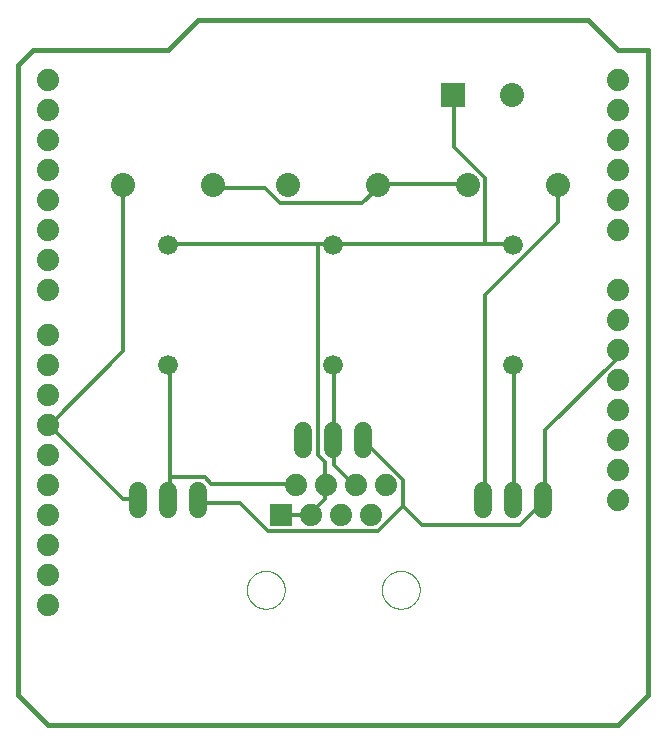
<source format=gtl>
G75*
%MOIN*%
%OFA0B0*%
%FSLAX25Y25*%
%IPPOS*%
%LPD*%
%AMOC8*
5,1,8,0,0,1.08239X$1,22.5*
%
%ADD10C,0.01600*%
%ADD11C,0.06600*%
%ADD12R,0.08000X0.08000*%
%ADD13C,0.08000*%
%ADD14C,0.07400*%
%ADD15R,0.07400X0.07400*%
%ADD16C,0.00000*%
%ADD17C,0.06000*%
%ADD18C,0.01300*%
D10*
X0015000Y0062524D02*
X0005000Y0072524D01*
X0005000Y0282524D01*
X0010000Y0287524D01*
X0055000Y0287524D01*
X0065000Y0297524D01*
X0195000Y0297524D01*
X0205000Y0287524D01*
X0215000Y0287524D01*
X0215000Y0072524D01*
X0205000Y0062524D01*
X0015000Y0062524D01*
D11*
X0055000Y0182524D03*
X0055000Y0222524D03*
X0110000Y0222524D03*
X0110000Y0182524D03*
X0170000Y0182524D03*
X0170000Y0222524D03*
D12*
X0150000Y0272524D03*
D13*
X0169685Y0272524D03*
X0155000Y0242524D03*
X0125000Y0242524D03*
X0095000Y0242524D03*
X0070000Y0242524D03*
X0040000Y0242524D03*
X0185000Y0242524D03*
D14*
X0205000Y0247524D03*
X0205000Y0237524D03*
X0205000Y0227524D03*
X0205000Y0207524D03*
X0205000Y0197524D03*
X0205000Y0187524D03*
X0205000Y0177524D03*
X0205000Y0167524D03*
X0205000Y0157524D03*
X0205000Y0147524D03*
X0205000Y0137524D03*
X0127500Y0142524D03*
X0122500Y0132524D03*
X0117500Y0142524D03*
X0112500Y0132524D03*
X0107500Y0142524D03*
X0097500Y0142524D03*
X0102500Y0132524D03*
X0015000Y0132524D03*
X0015000Y0142524D03*
X0015000Y0152524D03*
X0015000Y0162524D03*
X0015000Y0172524D03*
X0015000Y0182524D03*
X0015000Y0192524D03*
X0015000Y0207524D03*
X0015000Y0217524D03*
X0015000Y0227524D03*
X0015000Y0237524D03*
X0015000Y0247524D03*
X0015000Y0257524D03*
X0015000Y0267524D03*
X0015000Y0277524D03*
X0015000Y0122524D03*
X0015000Y0112524D03*
X0015000Y0102524D03*
X0205000Y0257524D03*
X0205000Y0267524D03*
X0205000Y0277524D03*
D15*
X0092500Y0132524D03*
D16*
X0081201Y0107524D02*
X0081203Y0107682D01*
X0081209Y0107840D01*
X0081219Y0107998D01*
X0081233Y0108156D01*
X0081251Y0108313D01*
X0081272Y0108470D01*
X0081298Y0108626D01*
X0081328Y0108782D01*
X0081361Y0108937D01*
X0081399Y0109090D01*
X0081440Y0109243D01*
X0081485Y0109395D01*
X0081534Y0109546D01*
X0081587Y0109695D01*
X0081643Y0109843D01*
X0081703Y0109989D01*
X0081767Y0110134D01*
X0081835Y0110277D01*
X0081906Y0110419D01*
X0081980Y0110559D01*
X0082058Y0110696D01*
X0082140Y0110832D01*
X0082224Y0110966D01*
X0082313Y0111097D01*
X0082404Y0111226D01*
X0082499Y0111353D01*
X0082596Y0111478D01*
X0082697Y0111600D01*
X0082801Y0111719D01*
X0082908Y0111836D01*
X0083018Y0111950D01*
X0083131Y0112061D01*
X0083246Y0112170D01*
X0083364Y0112275D01*
X0083485Y0112377D01*
X0083608Y0112477D01*
X0083734Y0112573D01*
X0083862Y0112666D01*
X0083992Y0112756D01*
X0084125Y0112842D01*
X0084260Y0112926D01*
X0084396Y0113005D01*
X0084535Y0113082D01*
X0084676Y0113154D01*
X0084818Y0113224D01*
X0084962Y0113289D01*
X0085108Y0113351D01*
X0085255Y0113409D01*
X0085404Y0113464D01*
X0085554Y0113515D01*
X0085705Y0113562D01*
X0085857Y0113605D01*
X0086010Y0113644D01*
X0086165Y0113680D01*
X0086320Y0113711D01*
X0086476Y0113739D01*
X0086632Y0113763D01*
X0086789Y0113783D01*
X0086947Y0113799D01*
X0087104Y0113811D01*
X0087263Y0113819D01*
X0087421Y0113823D01*
X0087579Y0113823D01*
X0087737Y0113819D01*
X0087896Y0113811D01*
X0088053Y0113799D01*
X0088211Y0113783D01*
X0088368Y0113763D01*
X0088524Y0113739D01*
X0088680Y0113711D01*
X0088835Y0113680D01*
X0088990Y0113644D01*
X0089143Y0113605D01*
X0089295Y0113562D01*
X0089446Y0113515D01*
X0089596Y0113464D01*
X0089745Y0113409D01*
X0089892Y0113351D01*
X0090038Y0113289D01*
X0090182Y0113224D01*
X0090324Y0113154D01*
X0090465Y0113082D01*
X0090604Y0113005D01*
X0090740Y0112926D01*
X0090875Y0112842D01*
X0091008Y0112756D01*
X0091138Y0112666D01*
X0091266Y0112573D01*
X0091392Y0112477D01*
X0091515Y0112377D01*
X0091636Y0112275D01*
X0091754Y0112170D01*
X0091869Y0112061D01*
X0091982Y0111950D01*
X0092092Y0111836D01*
X0092199Y0111719D01*
X0092303Y0111600D01*
X0092404Y0111478D01*
X0092501Y0111353D01*
X0092596Y0111226D01*
X0092687Y0111097D01*
X0092776Y0110966D01*
X0092860Y0110832D01*
X0092942Y0110696D01*
X0093020Y0110559D01*
X0093094Y0110419D01*
X0093165Y0110277D01*
X0093233Y0110134D01*
X0093297Y0109989D01*
X0093357Y0109843D01*
X0093413Y0109695D01*
X0093466Y0109546D01*
X0093515Y0109395D01*
X0093560Y0109243D01*
X0093601Y0109090D01*
X0093639Y0108937D01*
X0093672Y0108782D01*
X0093702Y0108626D01*
X0093728Y0108470D01*
X0093749Y0108313D01*
X0093767Y0108156D01*
X0093781Y0107998D01*
X0093791Y0107840D01*
X0093797Y0107682D01*
X0093799Y0107524D01*
X0093797Y0107366D01*
X0093791Y0107208D01*
X0093781Y0107050D01*
X0093767Y0106892D01*
X0093749Y0106735D01*
X0093728Y0106578D01*
X0093702Y0106422D01*
X0093672Y0106266D01*
X0093639Y0106111D01*
X0093601Y0105958D01*
X0093560Y0105805D01*
X0093515Y0105653D01*
X0093466Y0105502D01*
X0093413Y0105353D01*
X0093357Y0105205D01*
X0093297Y0105059D01*
X0093233Y0104914D01*
X0093165Y0104771D01*
X0093094Y0104629D01*
X0093020Y0104489D01*
X0092942Y0104352D01*
X0092860Y0104216D01*
X0092776Y0104082D01*
X0092687Y0103951D01*
X0092596Y0103822D01*
X0092501Y0103695D01*
X0092404Y0103570D01*
X0092303Y0103448D01*
X0092199Y0103329D01*
X0092092Y0103212D01*
X0091982Y0103098D01*
X0091869Y0102987D01*
X0091754Y0102878D01*
X0091636Y0102773D01*
X0091515Y0102671D01*
X0091392Y0102571D01*
X0091266Y0102475D01*
X0091138Y0102382D01*
X0091008Y0102292D01*
X0090875Y0102206D01*
X0090740Y0102122D01*
X0090604Y0102043D01*
X0090465Y0101966D01*
X0090324Y0101894D01*
X0090182Y0101824D01*
X0090038Y0101759D01*
X0089892Y0101697D01*
X0089745Y0101639D01*
X0089596Y0101584D01*
X0089446Y0101533D01*
X0089295Y0101486D01*
X0089143Y0101443D01*
X0088990Y0101404D01*
X0088835Y0101368D01*
X0088680Y0101337D01*
X0088524Y0101309D01*
X0088368Y0101285D01*
X0088211Y0101265D01*
X0088053Y0101249D01*
X0087896Y0101237D01*
X0087737Y0101229D01*
X0087579Y0101225D01*
X0087421Y0101225D01*
X0087263Y0101229D01*
X0087104Y0101237D01*
X0086947Y0101249D01*
X0086789Y0101265D01*
X0086632Y0101285D01*
X0086476Y0101309D01*
X0086320Y0101337D01*
X0086165Y0101368D01*
X0086010Y0101404D01*
X0085857Y0101443D01*
X0085705Y0101486D01*
X0085554Y0101533D01*
X0085404Y0101584D01*
X0085255Y0101639D01*
X0085108Y0101697D01*
X0084962Y0101759D01*
X0084818Y0101824D01*
X0084676Y0101894D01*
X0084535Y0101966D01*
X0084396Y0102043D01*
X0084260Y0102122D01*
X0084125Y0102206D01*
X0083992Y0102292D01*
X0083862Y0102382D01*
X0083734Y0102475D01*
X0083608Y0102571D01*
X0083485Y0102671D01*
X0083364Y0102773D01*
X0083246Y0102878D01*
X0083131Y0102987D01*
X0083018Y0103098D01*
X0082908Y0103212D01*
X0082801Y0103329D01*
X0082697Y0103448D01*
X0082596Y0103570D01*
X0082499Y0103695D01*
X0082404Y0103822D01*
X0082313Y0103951D01*
X0082224Y0104082D01*
X0082140Y0104216D01*
X0082058Y0104352D01*
X0081980Y0104489D01*
X0081906Y0104629D01*
X0081835Y0104771D01*
X0081767Y0104914D01*
X0081703Y0105059D01*
X0081643Y0105205D01*
X0081587Y0105353D01*
X0081534Y0105502D01*
X0081485Y0105653D01*
X0081440Y0105805D01*
X0081399Y0105958D01*
X0081361Y0106111D01*
X0081328Y0106266D01*
X0081298Y0106422D01*
X0081272Y0106578D01*
X0081251Y0106735D01*
X0081233Y0106892D01*
X0081219Y0107050D01*
X0081209Y0107208D01*
X0081203Y0107366D01*
X0081201Y0107524D01*
X0126201Y0107524D02*
X0126203Y0107682D01*
X0126209Y0107840D01*
X0126219Y0107998D01*
X0126233Y0108156D01*
X0126251Y0108313D01*
X0126272Y0108470D01*
X0126298Y0108626D01*
X0126328Y0108782D01*
X0126361Y0108937D01*
X0126399Y0109090D01*
X0126440Y0109243D01*
X0126485Y0109395D01*
X0126534Y0109546D01*
X0126587Y0109695D01*
X0126643Y0109843D01*
X0126703Y0109989D01*
X0126767Y0110134D01*
X0126835Y0110277D01*
X0126906Y0110419D01*
X0126980Y0110559D01*
X0127058Y0110696D01*
X0127140Y0110832D01*
X0127224Y0110966D01*
X0127313Y0111097D01*
X0127404Y0111226D01*
X0127499Y0111353D01*
X0127596Y0111478D01*
X0127697Y0111600D01*
X0127801Y0111719D01*
X0127908Y0111836D01*
X0128018Y0111950D01*
X0128131Y0112061D01*
X0128246Y0112170D01*
X0128364Y0112275D01*
X0128485Y0112377D01*
X0128608Y0112477D01*
X0128734Y0112573D01*
X0128862Y0112666D01*
X0128992Y0112756D01*
X0129125Y0112842D01*
X0129260Y0112926D01*
X0129396Y0113005D01*
X0129535Y0113082D01*
X0129676Y0113154D01*
X0129818Y0113224D01*
X0129962Y0113289D01*
X0130108Y0113351D01*
X0130255Y0113409D01*
X0130404Y0113464D01*
X0130554Y0113515D01*
X0130705Y0113562D01*
X0130857Y0113605D01*
X0131010Y0113644D01*
X0131165Y0113680D01*
X0131320Y0113711D01*
X0131476Y0113739D01*
X0131632Y0113763D01*
X0131789Y0113783D01*
X0131947Y0113799D01*
X0132104Y0113811D01*
X0132263Y0113819D01*
X0132421Y0113823D01*
X0132579Y0113823D01*
X0132737Y0113819D01*
X0132896Y0113811D01*
X0133053Y0113799D01*
X0133211Y0113783D01*
X0133368Y0113763D01*
X0133524Y0113739D01*
X0133680Y0113711D01*
X0133835Y0113680D01*
X0133990Y0113644D01*
X0134143Y0113605D01*
X0134295Y0113562D01*
X0134446Y0113515D01*
X0134596Y0113464D01*
X0134745Y0113409D01*
X0134892Y0113351D01*
X0135038Y0113289D01*
X0135182Y0113224D01*
X0135324Y0113154D01*
X0135465Y0113082D01*
X0135604Y0113005D01*
X0135740Y0112926D01*
X0135875Y0112842D01*
X0136008Y0112756D01*
X0136138Y0112666D01*
X0136266Y0112573D01*
X0136392Y0112477D01*
X0136515Y0112377D01*
X0136636Y0112275D01*
X0136754Y0112170D01*
X0136869Y0112061D01*
X0136982Y0111950D01*
X0137092Y0111836D01*
X0137199Y0111719D01*
X0137303Y0111600D01*
X0137404Y0111478D01*
X0137501Y0111353D01*
X0137596Y0111226D01*
X0137687Y0111097D01*
X0137776Y0110966D01*
X0137860Y0110832D01*
X0137942Y0110696D01*
X0138020Y0110559D01*
X0138094Y0110419D01*
X0138165Y0110277D01*
X0138233Y0110134D01*
X0138297Y0109989D01*
X0138357Y0109843D01*
X0138413Y0109695D01*
X0138466Y0109546D01*
X0138515Y0109395D01*
X0138560Y0109243D01*
X0138601Y0109090D01*
X0138639Y0108937D01*
X0138672Y0108782D01*
X0138702Y0108626D01*
X0138728Y0108470D01*
X0138749Y0108313D01*
X0138767Y0108156D01*
X0138781Y0107998D01*
X0138791Y0107840D01*
X0138797Y0107682D01*
X0138799Y0107524D01*
X0138797Y0107366D01*
X0138791Y0107208D01*
X0138781Y0107050D01*
X0138767Y0106892D01*
X0138749Y0106735D01*
X0138728Y0106578D01*
X0138702Y0106422D01*
X0138672Y0106266D01*
X0138639Y0106111D01*
X0138601Y0105958D01*
X0138560Y0105805D01*
X0138515Y0105653D01*
X0138466Y0105502D01*
X0138413Y0105353D01*
X0138357Y0105205D01*
X0138297Y0105059D01*
X0138233Y0104914D01*
X0138165Y0104771D01*
X0138094Y0104629D01*
X0138020Y0104489D01*
X0137942Y0104352D01*
X0137860Y0104216D01*
X0137776Y0104082D01*
X0137687Y0103951D01*
X0137596Y0103822D01*
X0137501Y0103695D01*
X0137404Y0103570D01*
X0137303Y0103448D01*
X0137199Y0103329D01*
X0137092Y0103212D01*
X0136982Y0103098D01*
X0136869Y0102987D01*
X0136754Y0102878D01*
X0136636Y0102773D01*
X0136515Y0102671D01*
X0136392Y0102571D01*
X0136266Y0102475D01*
X0136138Y0102382D01*
X0136008Y0102292D01*
X0135875Y0102206D01*
X0135740Y0102122D01*
X0135604Y0102043D01*
X0135465Y0101966D01*
X0135324Y0101894D01*
X0135182Y0101824D01*
X0135038Y0101759D01*
X0134892Y0101697D01*
X0134745Y0101639D01*
X0134596Y0101584D01*
X0134446Y0101533D01*
X0134295Y0101486D01*
X0134143Y0101443D01*
X0133990Y0101404D01*
X0133835Y0101368D01*
X0133680Y0101337D01*
X0133524Y0101309D01*
X0133368Y0101285D01*
X0133211Y0101265D01*
X0133053Y0101249D01*
X0132896Y0101237D01*
X0132737Y0101229D01*
X0132579Y0101225D01*
X0132421Y0101225D01*
X0132263Y0101229D01*
X0132104Y0101237D01*
X0131947Y0101249D01*
X0131789Y0101265D01*
X0131632Y0101285D01*
X0131476Y0101309D01*
X0131320Y0101337D01*
X0131165Y0101368D01*
X0131010Y0101404D01*
X0130857Y0101443D01*
X0130705Y0101486D01*
X0130554Y0101533D01*
X0130404Y0101584D01*
X0130255Y0101639D01*
X0130108Y0101697D01*
X0129962Y0101759D01*
X0129818Y0101824D01*
X0129676Y0101894D01*
X0129535Y0101966D01*
X0129396Y0102043D01*
X0129260Y0102122D01*
X0129125Y0102206D01*
X0128992Y0102292D01*
X0128862Y0102382D01*
X0128734Y0102475D01*
X0128608Y0102571D01*
X0128485Y0102671D01*
X0128364Y0102773D01*
X0128246Y0102878D01*
X0128131Y0102987D01*
X0128018Y0103098D01*
X0127908Y0103212D01*
X0127801Y0103329D01*
X0127697Y0103448D01*
X0127596Y0103570D01*
X0127499Y0103695D01*
X0127404Y0103822D01*
X0127313Y0103951D01*
X0127224Y0104082D01*
X0127140Y0104216D01*
X0127058Y0104352D01*
X0126980Y0104489D01*
X0126906Y0104629D01*
X0126835Y0104771D01*
X0126767Y0104914D01*
X0126703Y0105059D01*
X0126643Y0105205D01*
X0126587Y0105353D01*
X0126534Y0105502D01*
X0126485Y0105653D01*
X0126440Y0105805D01*
X0126399Y0105958D01*
X0126361Y0106111D01*
X0126328Y0106266D01*
X0126298Y0106422D01*
X0126272Y0106578D01*
X0126251Y0106735D01*
X0126233Y0106892D01*
X0126219Y0107050D01*
X0126209Y0107208D01*
X0126203Y0107366D01*
X0126201Y0107524D01*
D17*
X0160000Y0134524D02*
X0160000Y0140524D01*
X0170000Y0140524D02*
X0170000Y0134524D01*
X0180000Y0134524D02*
X0180000Y0140524D01*
X0120000Y0154524D02*
X0120000Y0160524D01*
X0110000Y0160524D02*
X0110000Y0154524D01*
X0100000Y0154524D02*
X0100000Y0160524D01*
X0065000Y0140524D02*
X0065000Y0134524D01*
X0055000Y0134524D02*
X0055000Y0140524D01*
X0045000Y0140524D02*
X0045000Y0134524D01*
D18*
X0045000Y0137524D02*
X0044100Y0137674D01*
X0039900Y0137674D01*
X0015750Y0161824D01*
X0015000Y0162524D01*
X0015750Y0162874D01*
X0039900Y0187024D01*
X0039900Y0241624D01*
X0040000Y0242524D01*
X0055000Y0222524D02*
X0055650Y0222724D01*
X0105000Y0222724D01*
X0105000Y0152374D01*
X0107100Y0150274D01*
X0107100Y0142924D01*
X0107500Y0142524D01*
X0107100Y0141874D01*
X0107100Y0137674D01*
X0102900Y0133474D01*
X0102500Y0132524D01*
X0101850Y0132424D01*
X0093450Y0132424D01*
X0092500Y0132524D01*
X0088200Y0127174D02*
X0124950Y0127174D01*
X0133350Y0135574D01*
X0139650Y0129274D01*
X0172200Y0129274D01*
X0179550Y0136624D01*
X0180000Y0137524D01*
X0180600Y0137674D01*
X0180600Y0160774D01*
X0204750Y0184924D01*
X0204750Y0187024D01*
X0205000Y0187524D01*
X0170000Y0182524D02*
X0170100Y0181774D01*
X0170100Y0137674D01*
X0170000Y0137524D01*
X0160650Y0137674D02*
X0160000Y0137524D01*
X0160650Y0137674D02*
X0160650Y0205924D01*
X0184800Y0230074D01*
X0184800Y0241624D01*
X0185000Y0242524D01*
X0170000Y0222524D02*
X0169050Y0222724D01*
X0160650Y0222724D01*
X0160650Y0244774D01*
X0150150Y0255274D01*
X0150150Y0272074D01*
X0150000Y0272524D01*
X0154350Y0242674D02*
X0126000Y0242674D01*
X0125000Y0242524D01*
X0124950Y0241624D01*
X0119700Y0236374D01*
X0092400Y0236374D01*
X0087150Y0241624D01*
X0070350Y0241624D01*
X0070000Y0242524D01*
X0105000Y0222724D02*
X0109200Y0222724D01*
X0110000Y0222524D01*
X0110250Y0222724D01*
X0160650Y0222724D01*
X0155000Y0242524D02*
X0154350Y0242674D01*
X0110000Y0182524D02*
X0110250Y0181774D01*
X0110250Y0157624D01*
X0110000Y0157524D01*
X0110250Y0156574D01*
X0110250Y0149224D01*
X0116550Y0142924D01*
X0117500Y0142524D01*
X0120750Y0156574D02*
X0120000Y0157524D01*
X0120750Y0156574D02*
X0133350Y0143974D01*
X0133350Y0135574D01*
X0097500Y0142524D02*
X0096600Y0142924D01*
X0069300Y0142924D01*
X0067200Y0145024D01*
X0055650Y0145024D01*
X0055650Y0137674D01*
X0055000Y0137524D01*
X0055650Y0145024D02*
X0055650Y0181774D01*
X0055000Y0182524D01*
X0065000Y0137524D02*
X0065100Y0136624D01*
X0078750Y0136624D01*
X0088200Y0127174D01*
M02*

</source>
